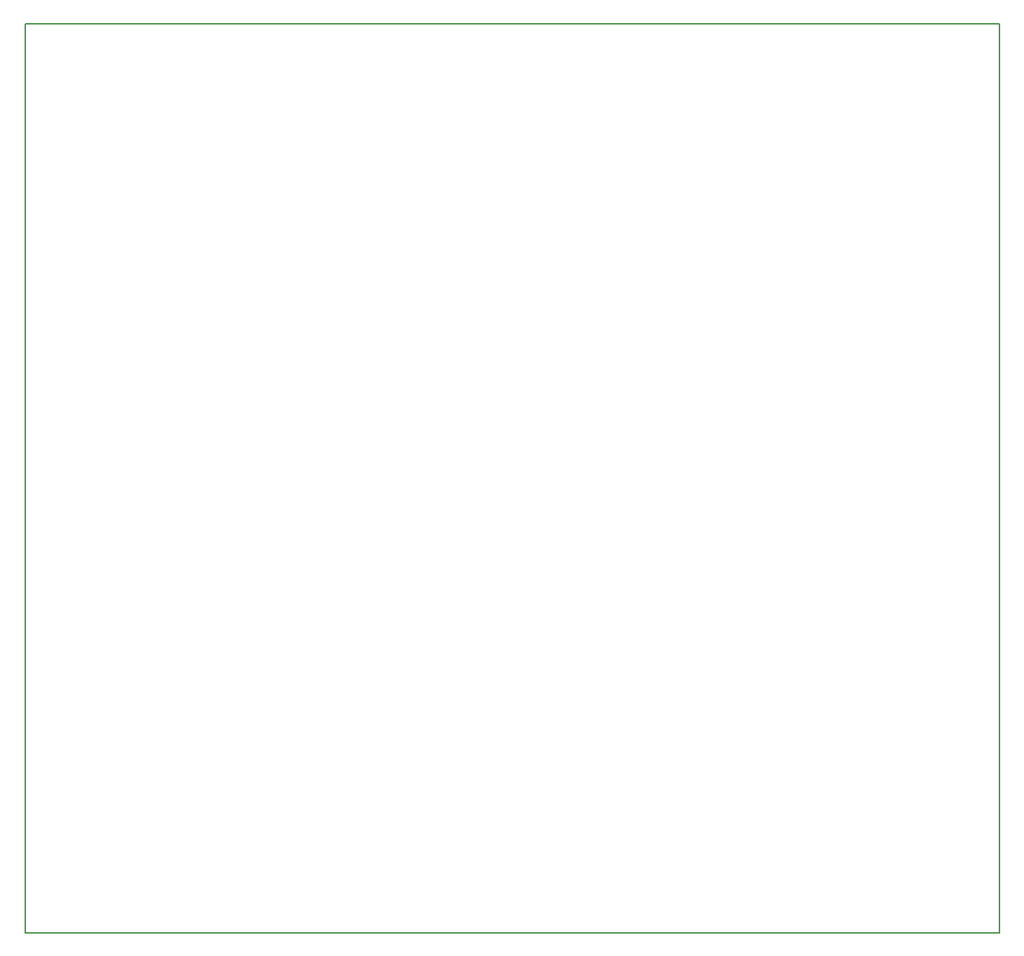
<source format=gm1>
G04 #@! TF.FileFunction,Profile,NP*
%FSLAX46Y46*%
G04 Gerber Fmt 4.6, Leading zero omitted, Abs format (unit mm)*
G04 Created by KiCad (PCBNEW 4.0.7) date 05/26/18 22:05:49*
%MOMM*%
%LPD*%
G01*
G04 APERTURE LIST*
%ADD10C,0.100000*%
%ADD11C,0.150000*%
G04 APERTURE END LIST*
D10*
D11*
X50800000Y-40640000D02*
X50800000Y-147320000D01*
X165100000Y-40640000D02*
X50800000Y-40640000D01*
X165100000Y-147320000D02*
X165100000Y-40640000D01*
X50800000Y-147320000D02*
X165100000Y-147320000D01*
M02*

</source>
